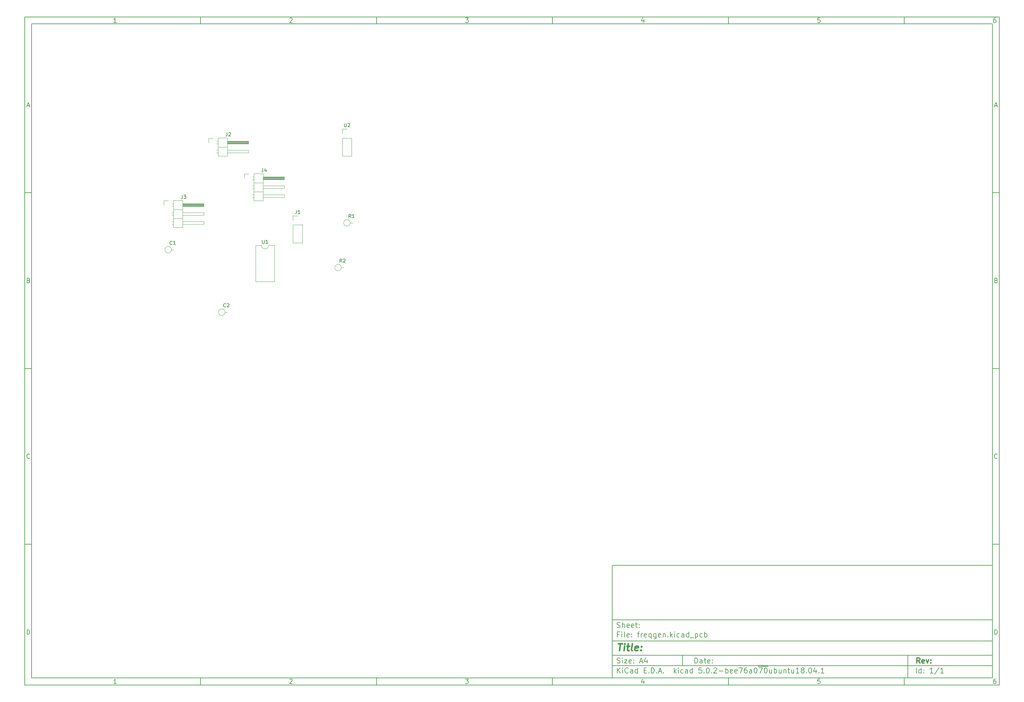
<source format=gbr>
G04 #@! TF.GenerationSoftware,KiCad,Pcbnew,5.0.2-bee76a0~70~ubuntu18.04.1*
G04 #@! TF.CreationDate,2019-03-06T00:53:48+05:30*
G04 #@! TF.ProjectId,freqgen,66726571-6765-46e2-9e6b-696361645f70,rev?*
G04 #@! TF.SameCoordinates,Original*
G04 #@! TF.FileFunction,Legend,Top*
G04 #@! TF.FilePolarity,Positive*
%FSLAX46Y46*%
G04 Gerber Fmt 4.6, Leading zero omitted, Abs format (unit mm)*
G04 Created by KiCad (PCBNEW 5.0.2-bee76a0~70~ubuntu18.04.1) date Wed Mar  6 00:53:48 2019*
%MOMM*%
%LPD*%
G01*
G04 APERTURE LIST*
%ADD10C,0.100000*%
%ADD11C,0.150000*%
%ADD12C,0.300000*%
%ADD13C,0.400000*%
%ADD14C,0.120000*%
G04 APERTURE END LIST*
D10*
D11*
X177002200Y-166007200D02*
X177002200Y-198007200D01*
X285002200Y-198007200D01*
X285002200Y-166007200D01*
X177002200Y-166007200D01*
D10*
D11*
X10000000Y-10000000D02*
X10000000Y-200007200D01*
X287002200Y-200007200D01*
X287002200Y-10000000D01*
X10000000Y-10000000D01*
D10*
D11*
X12000000Y-12000000D02*
X12000000Y-198007200D01*
X285002200Y-198007200D01*
X285002200Y-12000000D01*
X12000000Y-12000000D01*
D10*
D11*
X60000000Y-12000000D02*
X60000000Y-10000000D01*
D10*
D11*
X110000000Y-12000000D02*
X110000000Y-10000000D01*
D10*
D11*
X160000000Y-12000000D02*
X160000000Y-10000000D01*
D10*
D11*
X210000000Y-12000000D02*
X210000000Y-10000000D01*
D10*
D11*
X260000000Y-12000000D02*
X260000000Y-10000000D01*
D10*
D11*
X36065476Y-11588095D02*
X35322619Y-11588095D01*
X35694047Y-11588095D02*
X35694047Y-10288095D01*
X35570238Y-10473809D01*
X35446428Y-10597619D01*
X35322619Y-10659523D01*
D10*
D11*
X85322619Y-10411904D02*
X85384523Y-10350000D01*
X85508333Y-10288095D01*
X85817857Y-10288095D01*
X85941666Y-10350000D01*
X86003571Y-10411904D01*
X86065476Y-10535714D01*
X86065476Y-10659523D01*
X86003571Y-10845238D01*
X85260714Y-11588095D01*
X86065476Y-11588095D01*
D10*
D11*
X135260714Y-10288095D02*
X136065476Y-10288095D01*
X135632142Y-10783333D01*
X135817857Y-10783333D01*
X135941666Y-10845238D01*
X136003571Y-10907142D01*
X136065476Y-11030952D01*
X136065476Y-11340476D01*
X136003571Y-11464285D01*
X135941666Y-11526190D01*
X135817857Y-11588095D01*
X135446428Y-11588095D01*
X135322619Y-11526190D01*
X135260714Y-11464285D01*
D10*
D11*
X185941666Y-10721428D02*
X185941666Y-11588095D01*
X185632142Y-10226190D02*
X185322619Y-11154761D01*
X186127380Y-11154761D01*
D10*
D11*
X236003571Y-10288095D02*
X235384523Y-10288095D01*
X235322619Y-10907142D01*
X235384523Y-10845238D01*
X235508333Y-10783333D01*
X235817857Y-10783333D01*
X235941666Y-10845238D01*
X236003571Y-10907142D01*
X236065476Y-11030952D01*
X236065476Y-11340476D01*
X236003571Y-11464285D01*
X235941666Y-11526190D01*
X235817857Y-11588095D01*
X235508333Y-11588095D01*
X235384523Y-11526190D01*
X235322619Y-11464285D01*
D10*
D11*
X285941666Y-10288095D02*
X285694047Y-10288095D01*
X285570238Y-10350000D01*
X285508333Y-10411904D01*
X285384523Y-10597619D01*
X285322619Y-10845238D01*
X285322619Y-11340476D01*
X285384523Y-11464285D01*
X285446428Y-11526190D01*
X285570238Y-11588095D01*
X285817857Y-11588095D01*
X285941666Y-11526190D01*
X286003571Y-11464285D01*
X286065476Y-11340476D01*
X286065476Y-11030952D01*
X286003571Y-10907142D01*
X285941666Y-10845238D01*
X285817857Y-10783333D01*
X285570238Y-10783333D01*
X285446428Y-10845238D01*
X285384523Y-10907142D01*
X285322619Y-11030952D01*
D10*
D11*
X60000000Y-198007200D02*
X60000000Y-200007200D01*
D10*
D11*
X110000000Y-198007200D02*
X110000000Y-200007200D01*
D10*
D11*
X160000000Y-198007200D02*
X160000000Y-200007200D01*
D10*
D11*
X210000000Y-198007200D02*
X210000000Y-200007200D01*
D10*
D11*
X260000000Y-198007200D02*
X260000000Y-200007200D01*
D10*
D11*
X36065476Y-199595295D02*
X35322619Y-199595295D01*
X35694047Y-199595295D02*
X35694047Y-198295295D01*
X35570238Y-198481009D01*
X35446428Y-198604819D01*
X35322619Y-198666723D01*
D10*
D11*
X85322619Y-198419104D02*
X85384523Y-198357200D01*
X85508333Y-198295295D01*
X85817857Y-198295295D01*
X85941666Y-198357200D01*
X86003571Y-198419104D01*
X86065476Y-198542914D01*
X86065476Y-198666723D01*
X86003571Y-198852438D01*
X85260714Y-199595295D01*
X86065476Y-199595295D01*
D10*
D11*
X135260714Y-198295295D02*
X136065476Y-198295295D01*
X135632142Y-198790533D01*
X135817857Y-198790533D01*
X135941666Y-198852438D01*
X136003571Y-198914342D01*
X136065476Y-199038152D01*
X136065476Y-199347676D01*
X136003571Y-199471485D01*
X135941666Y-199533390D01*
X135817857Y-199595295D01*
X135446428Y-199595295D01*
X135322619Y-199533390D01*
X135260714Y-199471485D01*
D10*
D11*
X185941666Y-198728628D02*
X185941666Y-199595295D01*
X185632142Y-198233390D02*
X185322619Y-199161961D01*
X186127380Y-199161961D01*
D10*
D11*
X236003571Y-198295295D02*
X235384523Y-198295295D01*
X235322619Y-198914342D01*
X235384523Y-198852438D01*
X235508333Y-198790533D01*
X235817857Y-198790533D01*
X235941666Y-198852438D01*
X236003571Y-198914342D01*
X236065476Y-199038152D01*
X236065476Y-199347676D01*
X236003571Y-199471485D01*
X235941666Y-199533390D01*
X235817857Y-199595295D01*
X235508333Y-199595295D01*
X235384523Y-199533390D01*
X235322619Y-199471485D01*
D10*
D11*
X285941666Y-198295295D02*
X285694047Y-198295295D01*
X285570238Y-198357200D01*
X285508333Y-198419104D01*
X285384523Y-198604819D01*
X285322619Y-198852438D01*
X285322619Y-199347676D01*
X285384523Y-199471485D01*
X285446428Y-199533390D01*
X285570238Y-199595295D01*
X285817857Y-199595295D01*
X285941666Y-199533390D01*
X286003571Y-199471485D01*
X286065476Y-199347676D01*
X286065476Y-199038152D01*
X286003571Y-198914342D01*
X285941666Y-198852438D01*
X285817857Y-198790533D01*
X285570238Y-198790533D01*
X285446428Y-198852438D01*
X285384523Y-198914342D01*
X285322619Y-199038152D01*
D10*
D11*
X10000000Y-60000000D02*
X12000000Y-60000000D01*
D10*
D11*
X10000000Y-110000000D02*
X12000000Y-110000000D01*
D10*
D11*
X10000000Y-160000000D02*
X12000000Y-160000000D01*
D10*
D11*
X10690476Y-35216666D02*
X11309523Y-35216666D01*
X10566666Y-35588095D02*
X11000000Y-34288095D01*
X11433333Y-35588095D01*
D10*
D11*
X11092857Y-84907142D02*
X11278571Y-84969047D01*
X11340476Y-85030952D01*
X11402380Y-85154761D01*
X11402380Y-85340476D01*
X11340476Y-85464285D01*
X11278571Y-85526190D01*
X11154761Y-85588095D01*
X10659523Y-85588095D01*
X10659523Y-84288095D01*
X11092857Y-84288095D01*
X11216666Y-84350000D01*
X11278571Y-84411904D01*
X11340476Y-84535714D01*
X11340476Y-84659523D01*
X11278571Y-84783333D01*
X11216666Y-84845238D01*
X11092857Y-84907142D01*
X10659523Y-84907142D01*
D10*
D11*
X11402380Y-135464285D02*
X11340476Y-135526190D01*
X11154761Y-135588095D01*
X11030952Y-135588095D01*
X10845238Y-135526190D01*
X10721428Y-135402380D01*
X10659523Y-135278571D01*
X10597619Y-135030952D01*
X10597619Y-134845238D01*
X10659523Y-134597619D01*
X10721428Y-134473809D01*
X10845238Y-134350000D01*
X11030952Y-134288095D01*
X11154761Y-134288095D01*
X11340476Y-134350000D01*
X11402380Y-134411904D01*
D10*
D11*
X10659523Y-185588095D02*
X10659523Y-184288095D01*
X10969047Y-184288095D01*
X11154761Y-184350000D01*
X11278571Y-184473809D01*
X11340476Y-184597619D01*
X11402380Y-184845238D01*
X11402380Y-185030952D01*
X11340476Y-185278571D01*
X11278571Y-185402380D01*
X11154761Y-185526190D01*
X10969047Y-185588095D01*
X10659523Y-185588095D01*
D10*
D11*
X287002200Y-60000000D02*
X285002200Y-60000000D01*
D10*
D11*
X287002200Y-110000000D02*
X285002200Y-110000000D01*
D10*
D11*
X287002200Y-160000000D02*
X285002200Y-160000000D01*
D10*
D11*
X285692676Y-35216666D02*
X286311723Y-35216666D01*
X285568866Y-35588095D02*
X286002200Y-34288095D01*
X286435533Y-35588095D01*
D10*
D11*
X286095057Y-84907142D02*
X286280771Y-84969047D01*
X286342676Y-85030952D01*
X286404580Y-85154761D01*
X286404580Y-85340476D01*
X286342676Y-85464285D01*
X286280771Y-85526190D01*
X286156961Y-85588095D01*
X285661723Y-85588095D01*
X285661723Y-84288095D01*
X286095057Y-84288095D01*
X286218866Y-84350000D01*
X286280771Y-84411904D01*
X286342676Y-84535714D01*
X286342676Y-84659523D01*
X286280771Y-84783333D01*
X286218866Y-84845238D01*
X286095057Y-84907142D01*
X285661723Y-84907142D01*
D10*
D11*
X286404580Y-135464285D02*
X286342676Y-135526190D01*
X286156961Y-135588095D01*
X286033152Y-135588095D01*
X285847438Y-135526190D01*
X285723628Y-135402380D01*
X285661723Y-135278571D01*
X285599819Y-135030952D01*
X285599819Y-134845238D01*
X285661723Y-134597619D01*
X285723628Y-134473809D01*
X285847438Y-134350000D01*
X286033152Y-134288095D01*
X286156961Y-134288095D01*
X286342676Y-134350000D01*
X286404580Y-134411904D01*
D10*
D11*
X285661723Y-185588095D02*
X285661723Y-184288095D01*
X285971247Y-184288095D01*
X286156961Y-184350000D01*
X286280771Y-184473809D01*
X286342676Y-184597619D01*
X286404580Y-184845238D01*
X286404580Y-185030952D01*
X286342676Y-185278571D01*
X286280771Y-185402380D01*
X286156961Y-185526190D01*
X285971247Y-185588095D01*
X285661723Y-185588095D01*
D10*
D11*
X200434342Y-193785771D02*
X200434342Y-192285771D01*
X200791485Y-192285771D01*
X201005771Y-192357200D01*
X201148628Y-192500057D01*
X201220057Y-192642914D01*
X201291485Y-192928628D01*
X201291485Y-193142914D01*
X201220057Y-193428628D01*
X201148628Y-193571485D01*
X201005771Y-193714342D01*
X200791485Y-193785771D01*
X200434342Y-193785771D01*
X202577200Y-193785771D02*
X202577200Y-193000057D01*
X202505771Y-192857200D01*
X202362914Y-192785771D01*
X202077200Y-192785771D01*
X201934342Y-192857200D01*
X202577200Y-193714342D02*
X202434342Y-193785771D01*
X202077200Y-193785771D01*
X201934342Y-193714342D01*
X201862914Y-193571485D01*
X201862914Y-193428628D01*
X201934342Y-193285771D01*
X202077200Y-193214342D01*
X202434342Y-193214342D01*
X202577200Y-193142914D01*
X203077200Y-192785771D02*
X203648628Y-192785771D01*
X203291485Y-192285771D02*
X203291485Y-193571485D01*
X203362914Y-193714342D01*
X203505771Y-193785771D01*
X203648628Y-193785771D01*
X204720057Y-193714342D02*
X204577200Y-193785771D01*
X204291485Y-193785771D01*
X204148628Y-193714342D01*
X204077200Y-193571485D01*
X204077200Y-193000057D01*
X204148628Y-192857200D01*
X204291485Y-192785771D01*
X204577200Y-192785771D01*
X204720057Y-192857200D01*
X204791485Y-193000057D01*
X204791485Y-193142914D01*
X204077200Y-193285771D01*
X205434342Y-193642914D02*
X205505771Y-193714342D01*
X205434342Y-193785771D01*
X205362914Y-193714342D01*
X205434342Y-193642914D01*
X205434342Y-193785771D01*
X205434342Y-192857200D02*
X205505771Y-192928628D01*
X205434342Y-193000057D01*
X205362914Y-192928628D01*
X205434342Y-192857200D01*
X205434342Y-193000057D01*
D10*
D11*
X177002200Y-194507200D02*
X285002200Y-194507200D01*
D10*
D11*
X178434342Y-196585771D02*
X178434342Y-195085771D01*
X179291485Y-196585771D02*
X178648628Y-195728628D01*
X179291485Y-195085771D02*
X178434342Y-195942914D01*
X179934342Y-196585771D02*
X179934342Y-195585771D01*
X179934342Y-195085771D02*
X179862914Y-195157200D01*
X179934342Y-195228628D01*
X180005771Y-195157200D01*
X179934342Y-195085771D01*
X179934342Y-195228628D01*
X181505771Y-196442914D02*
X181434342Y-196514342D01*
X181220057Y-196585771D01*
X181077200Y-196585771D01*
X180862914Y-196514342D01*
X180720057Y-196371485D01*
X180648628Y-196228628D01*
X180577200Y-195942914D01*
X180577200Y-195728628D01*
X180648628Y-195442914D01*
X180720057Y-195300057D01*
X180862914Y-195157200D01*
X181077200Y-195085771D01*
X181220057Y-195085771D01*
X181434342Y-195157200D01*
X181505771Y-195228628D01*
X182791485Y-196585771D02*
X182791485Y-195800057D01*
X182720057Y-195657200D01*
X182577200Y-195585771D01*
X182291485Y-195585771D01*
X182148628Y-195657200D01*
X182791485Y-196514342D02*
X182648628Y-196585771D01*
X182291485Y-196585771D01*
X182148628Y-196514342D01*
X182077200Y-196371485D01*
X182077200Y-196228628D01*
X182148628Y-196085771D01*
X182291485Y-196014342D01*
X182648628Y-196014342D01*
X182791485Y-195942914D01*
X184148628Y-196585771D02*
X184148628Y-195085771D01*
X184148628Y-196514342D02*
X184005771Y-196585771D01*
X183720057Y-196585771D01*
X183577200Y-196514342D01*
X183505771Y-196442914D01*
X183434342Y-196300057D01*
X183434342Y-195871485D01*
X183505771Y-195728628D01*
X183577200Y-195657200D01*
X183720057Y-195585771D01*
X184005771Y-195585771D01*
X184148628Y-195657200D01*
X186005771Y-195800057D02*
X186505771Y-195800057D01*
X186720057Y-196585771D02*
X186005771Y-196585771D01*
X186005771Y-195085771D01*
X186720057Y-195085771D01*
X187362914Y-196442914D02*
X187434342Y-196514342D01*
X187362914Y-196585771D01*
X187291485Y-196514342D01*
X187362914Y-196442914D01*
X187362914Y-196585771D01*
X188077200Y-196585771D02*
X188077200Y-195085771D01*
X188434342Y-195085771D01*
X188648628Y-195157200D01*
X188791485Y-195300057D01*
X188862914Y-195442914D01*
X188934342Y-195728628D01*
X188934342Y-195942914D01*
X188862914Y-196228628D01*
X188791485Y-196371485D01*
X188648628Y-196514342D01*
X188434342Y-196585771D01*
X188077200Y-196585771D01*
X189577200Y-196442914D02*
X189648628Y-196514342D01*
X189577200Y-196585771D01*
X189505771Y-196514342D01*
X189577200Y-196442914D01*
X189577200Y-196585771D01*
X190220057Y-196157200D02*
X190934342Y-196157200D01*
X190077200Y-196585771D02*
X190577200Y-195085771D01*
X191077200Y-196585771D01*
X191577200Y-196442914D02*
X191648628Y-196514342D01*
X191577200Y-196585771D01*
X191505771Y-196514342D01*
X191577200Y-196442914D01*
X191577200Y-196585771D01*
X194577200Y-196585771D02*
X194577200Y-195085771D01*
X194720057Y-196014342D02*
X195148628Y-196585771D01*
X195148628Y-195585771D02*
X194577200Y-196157200D01*
X195791485Y-196585771D02*
X195791485Y-195585771D01*
X195791485Y-195085771D02*
X195720057Y-195157200D01*
X195791485Y-195228628D01*
X195862914Y-195157200D01*
X195791485Y-195085771D01*
X195791485Y-195228628D01*
X197148628Y-196514342D02*
X197005771Y-196585771D01*
X196720057Y-196585771D01*
X196577200Y-196514342D01*
X196505771Y-196442914D01*
X196434342Y-196300057D01*
X196434342Y-195871485D01*
X196505771Y-195728628D01*
X196577200Y-195657200D01*
X196720057Y-195585771D01*
X197005771Y-195585771D01*
X197148628Y-195657200D01*
X198434342Y-196585771D02*
X198434342Y-195800057D01*
X198362914Y-195657200D01*
X198220057Y-195585771D01*
X197934342Y-195585771D01*
X197791485Y-195657200D01*
X198434342Y-196514342D02*
X198291485Y-196585771D01*
X197934342Y-196585771D01*
X197791485Y-196514342D01*
X197720057Y-196371485D01*
X197720057Y-196228628D01*
X197791485Y-196085771D01*
X197934342Y-196014342D01*
X198291485Y-196014342D01*
X198434342Y-195942914D01*
X199791485Y-196585771D02*
X199791485Y-195085771D01*
X199791485Y-196514342D02*
X199648628Y-196585771D01*
X199362914Y-196585771D01*
X199220057Y-196514342D01*
X199148628Y-196442914D01*
X199077200Y-196300057D01*
X199077200Y-195871485D01*
X199148628Y-195728628D01*
X199220057Y-195657200D01*
X199362914Y-195585771D01*
X199648628Y-195585771D01*
X199791485Y-195657200D01*
X202362914Y-195085771D02*
X201648628Y-195085771D01*
X201577200Y-195800057D01*
X201648628Y-195728628D01*
X201791485Y-195657200D01*
X202148628Y-195657200D01*
X202291485Y-195728628D01*
X202362914Y-195800057D01*
X202434342Y-195942914D01*
X202434342Y-196300057D01*
X202362914Y-196442914D01*
X202291485Y-196514342D01*
X202148628Y-196585771D01*
X201791485Y-196585771D01*
X201648628Y-196514342D01*
X201577200Y-196442914D01*
X203077200Y-196442914D02*
X203148628Y-196514342D01*
X203077200Y-196585771D01*
X203005771Y-196514342D01*
X203077200Y-196442914D01*
X203077200Y-196585771D01*
X204077200Y-195085771D02*
X204220057Y-195085771D01*
X204362914Y-195157200D01*
X204434342Y-195228628D01*
X204505771Y-195371485D01*
X204577200Y-195657200D01*
X204577200Y-196014342D01*
X204505771Y-196300057D01*
X204434342Y-196442914D01*
X204362914Y-196514342D01*
X204220057Y-196585771D01*
X204077200Y-196585771D01*
X203934342Y-196514342D01*
X203862914Y-196442914D01*
X203791485Y-196300057D01*
X203720057Y-196014342D01*
X203720057Y-195657200D01*
X203791485Y-195371485D01*
X203862914Y-195228628D01*
X203934342Y-195157200D01*
X204077200Y-195085771D01*
X205220057Y-196442914D02*
X205291485Y-196514342D01*
X205220057Y-196585771D01*
X205148628Y-196514342D01*
X205220057Y-196442914D01*
X205220057Y-196585771D01*
X205862914Y-195228628D02*
X205934342Y-195157200D01*
X206077200Y-195085771D01*
X206434342Y-195085771D01*
X206577200Y-195157200D01*
X206648628Y-195228628D01*
X206720057Y-195371485D01*
X206720057Y-195514342D01*
X206648628Y-195728628D01*
X205791485Y-196585771D01*
X206720057Y-196585771D01*
X207362914Y-196014342D02*
X208505771Y-196014342D01*
X209220057Y-196585771D02*
X209220057Y-195085771D01*
X209220057Y-195657200D02*
X209362914Y-195585771D01*
X209648628Y-195585771D01*
X209791485Y-195657200D01*
X209862914Y-195728628D01*
X209934342Y-195871485D01*
X209934342Y-196300057D01*
X209862914Y-196442914D01*
X209791485Y-196514342D01*
X209648628Y-196585771D01*
X209362914Y-196585771D01*
X209220057Y-196514342D01*
X211148628Y-196514342D02*
X211005771Y-196585771D01*
X210720057Y-196585771D01*
X210577200Y-196514342D01*
X210505771Y-196371485D01*
X210505771Y-195800057D01*
X210577200Y-195657200D01*
X210720057Y-195585771D01*
X211005771Y-195585771D01*
X211148628Y-195657200D01*
X211220057Y-195800057D01*
X211220057Y-195942914D01*
X210505771Y-196085771D01*
X212434342Y-196514342D02*
X212291485Y-196585771D01*
X212005771Y-196585771D01*
X211862914Y-196514342D01*
X211791485Y-196371485D01*
X211791485Y-195800057D01*
X211862914Y-195657200D01*
X212005771Y-195585771D01*
X212291485Y-195585771D01*
X212434342Y-195657200D01*
X212505771Y-195800057D01*
X212505771Y-195942914D01*
X211791485Y-196085771D01*
X213005771Y-195085771D02*
X214005771Y-195085771D01*
X213362914Y-196585771D01*
X215220057Y-195085771D02*
X214934342Y-195085771D01*
X214791485Y-195157200D01*
X214720057Y-195228628D01*
X214577200Y-195442914D01*
X214505771Y-195728628D01*
X214505771Y-196300057D01*
X214577200Y-196442914D01*
X214648628Y-196514342D01*
X214791485Y-196585771D01*
X215077200Y-196585771D01*
X215220057Y-196514342D01*
X215291485Y-196442914D01*
X215362914Y-196300057D01*
X215362914Y-195942914D01*
X215291485Y-195800057D01*
X215220057Y-195728628D01*
X215077200Y-195657200D01*
X214791485Y-195657200D01*
X214648628Y-195728628D01*
X214577200Y-195800057D01*
X214505771Y-195942914D01*
X216648628Y-196585771D02*
X216648628Y-195800057D01*
X216577200Y-195657200D01*
X216434342Y-195585771D01*
X216148628Y-195585771D01*
X216005771Y-195657200D01*
X216648628Y-196514342D02*
X216505771Y-196585771D01*
X216148628Y-196585771D01*
X216005771Y-196514342D01*
X215934342Y-196371485D01*
X215934342Y-196228628D01*
X216005771Y-196085771D01*
X216148628Y-196014342D01*
X216505771Y-196014342D01*
X216648628Y-195942914D01*
X217648628Y-195085771D02*
X217791485Y-195085771D01*
X217934342Y-195157200D01*
X218005771Y-195228628D01*
X218077200Y-195371485D01*
X218148628Y-195657200D01*
X218148628Y-196014342D01*
X218077200Y-196300057D01*
X218005771Y-196442914D01*
X217934342Y-196514342D01*
X217791485Y-196585771D01*
X217648628Y-196585771D01*
X217505771Y-196514342D01*
X217434342Y-196442914D01*
X217362914Y-196300057D01*
X217291485Y-196014342D01*
X217291485Y-195657200D01*
X217362914Y-195371485D01*
X217434342Y-195228628D01*
X217505771Y-195157200D01*
X217648628Y-195085771D01*
X218434342Y-194677200D02*
X219862914Y-194677200D01*
X218648628Y-195085771D02*
X219648628Y-195085771D01*
X219005771Y-196585771D01*
X219862914Y-194677200D02*
X221291485Y-194677200D01*
X220505771Y-195085771D02*
X220648628Y-195085771D01*
X220791485Y-195157200D01*
X220862914Y-195228628D01*
X220934342Y-195371485D01*
X221005771Y-195657200D01*
X221005771Y-196014342D01*
X220934342Y-196300057D01*
X220862914Y-196442914D01*
X220791485Y-196514342D01*
X220648628Y-196585771D01*
X220505771Y-196585771D01*
X220362914Y-196514342D01*
X220291485Y-196442914D01*
X220220057Y-196300057D01*
X220148628Y-196014342D01*
X220148628Y-195657200D01*
X220220057Y-195371485D01*
X220291485Y-195228628D01*
X220362914Y-195157200D01*
X220505771Y-195085771D01*
X222291485Y-195585771D02*
X222291485Y-196585771D01*
X221648628Y-195585771D02*
X221648628Y-196371485D01*
X221720057Y-196514342D01*
X221862914Y-196585771D01*
X222077200Y-196585771D01*
X222220057Y-196514342D01*
X222291485Y-196442914D01*
X223005771Y-196585771D02*
X223005771Y-195085771D01*
X223005771Y-195657200D02*
X223148628Y-195585771D01*
X223434342Y-195585771D01*
X223577200Y-195657200D01*
X223648628Y-195728628D01*
X223720057Y-195871485D01*
X223720057Y-196300057D01*
X223648628Y-196442914D01*
X223577200Y-196514342D01*
X223434342Y-196585771D01*
X223148628Y-196585771D01*
X223005771Y-196514342D01*
X225005771Y-195585771D02*
X225005771Y-196585771D01*
X224362914Y-195585771D02*
X224362914Y-196371485D01*
X224434342Y-196514342D01*
X224577200Y-196585771D01*
X224791485Y-196585771D01*
X224934342Y-196514342D01*
X225005771Y-196442914D01*
X225720057Y-195585771D02*
X225720057Y-196585771D01*
X225720057Y-195728628D02*
X225791485Y-195657200D01*
X225934342Y-195585771D01*
X226148628Y-195585771D01*
X226291485Y-195657200D01*
X226362914Y-195800057D01*
X226362914Y-196585771D01*
X226862914Y-195585771D02*
X227434342Y-195585771D01*
X227077200Y-195085771D02*
X227077200Y-196371485D01*
X227148628Y-196514342D01*
X227291485Y-196585771D01*
X227434342Y-196585771D01*
X228577200Y-195585771D02*
X228577200Y-196585771D01*
X227934342Y-195585771D02*
X227934342Y-196371485D01*
X228005771Y-196514342D01*
X228148628Y-196585771D01*
X228362914Y-196585771D01*
X228505771Y-196514342D01*
X228577200Y-196442914D01*
X230077200Y-196585771D02*
X229220057Y-196585771D01*
X229648628Y-196585771D02*
X229648628Y-195085771D01*
X229505771Y-195300057D01*
X229362914Y-195442914D01*
X229220057Y-195514342D01*
X230934342Y-195728628D02*
X230791485Y-195657200D01*
X230720057Y-195585771D01*
X230648628Y-195442914D01*
X230648628Y-195371485D01*
X230720057Y-195228628D01*
X230791485Y-195157200D01*
X230934342Y-195085771D01*
X231220057Y-195085771D01*
X231362914Y-195157200D01*
X231434342Y-195228628D01*
X231505771Y-195371485D01*
X231505771Y-195442914D01*
X231434342Y-195585771D01*
X231362914Y-195657200D01*
X231220057Y-195728628D01*
X230934342Y-195728628D01*
X230791485Y-195800057D01*
X230720057Y-195871485D01*
X230648628Y-196014342D01*
X230648628Y-196300057D01*
X230720057Y-196442914D01*
X230791485Y-196514342D01*
X230934342Y-196585771D01*
X231220057Y-196585771D01*
X231362914Y-196514342D01*
X231434342Y-196442914D01*
X231505771Y-196300057D01*
X231505771Y-196014342D01*
X231434342Y-195871485D01*
X231362914Y-195800057D01*
X231220057Y-195728628D01*
X232148628Y-196442914D02*
X232220057Y-196514342D01*
X232148628Y-196585771D01*
X232077200Y-196514342D01*
X232148628Y-196442914D01*
X232148628Y-196585771D01*
X233148628Y-195085771D02*
X233291485Y-195085771D01*
X233434342Y-195157200D01*
X233505771Y-195228628D01*
X233577200Y-195371485D01*
X233648628Y-195657200D01*
X233648628Y-196014342D01*
X233577200Y-196300057D01*
X233505771Y-196442914D01*
X233434342Y-196514342D01*
X233291485Y-196585771D01*
X233148628Y-196585771D01*
X233005771Y-196514342D01*
X232934342Y-196442914D01*
X232862914Y-196300057D01*
X232791485Y-196014342D01*
X232791485Y-195657200D01*
X232862914Y-195371485D01*
X232934342Y-195228628D01*
X233005771Y-195157200D01*
X233148628Y-195085771D01*
X234934342Y-195585771D02*
X234934342Y-196585771D01*
X234577200Y-195014342D02*
X234220057Y-196085771D01*
X235148628Y-196085771D01*
X235720057Y-196442914D02*
X235791485Y-196514342D01*
X235720057Y-196585771D01*
X235648628Y-196514342D01*
X235720057Y-196442914D01*
X235720057Y-196585771D01*
X237220057Y-196585771D02*
X236362914Y-196585771D01*
X236791485Y-196585771D02*
X236791485Y-195085771D01*
X236648628Y-195300057D01*
X236505771Y-195442914D01*
X236362914Y-195514342D01*
D10*
D11*
X177002200Y-191507200D02*
X285002200Y-191507200D01*
D10*
D12*
X264411485Y-193785771D02*
X263911485Y-193071485D01*
X263554342Y-193785771D02*
X263554342Y-192285771D01*
X264125771Y-192285771D01*
X264268628Y-192357200D01*
X264340057Y-192428628D01*
X264411485Y-192571485D01*
X264411485Y-192785771D01*
X264340057Y-192928628D01*
X264268628Y-193000057D01*
X264125771Y-193071485D01*
X263554342Y-193071485D01*
X265625771Y-193714342D02*
X265482914Y-193785771D01*
X265197200Y-193785771D01*
X265054342Y-193714342D01*
X264982914Y-193571485D01*
X264982914Y-193000057D01*
X265054342Y-192857200D01*
X265197200Y-192785771D01*
X265482914Y-192785771D01*
X265625771Y-192857200D01*
X265697200Y-193000057D01*
X265697200Y-193142914D01*
X264982914Y-193285771D01*
X266197200Y-192785771D02*
X266554342Y-193785771D01*
X266911485Y-192785771D01*
X267482914Y-193642914D02*
X267554342Y-193714342D01*
X267482914Y-193785771D01*
X267411485Y-193714342D01*
X267482914Y-193642914D01*
X267482914Y-193785771D01*
X267482914Y-192857200D02*
X267554342Y-192928628D01*
X267482914Y-193000057D01*
X267411485Y-192928628D01*
X267482914Y-192857200D01*
X267482914Y-193000057D01*
D10*
D11*
X178362914Y-193714342D02*
X178577200Y-193785771D01*
X178934342Y-193785771D01*
X179077200Y-193714342D01*
X179148628Y-193642914D01*
X179220057Y-193500057D01*
X179220057Y-193357200D01*
X179148628Y-193214342D01*
X179077200Y-193142914D01*
X178934342Y-193071485D01*
X178648628Y-193000057D01*
X178505771Y-192928628D01*
X178434342Y-192857200D01*
X178362914Y-192714342D01*
X178362914Y-192571485D01*
X178434342Y-192428628D01*
X178505771Y-192357200D01*
X178648628Y-192285771D01*
X179005771Y-192285771D01*
X179220057Y-192357200D01*
X179862914Y-193785771D02*
X179862914Y-192785771D01*
X179862914Y-192285771D02*
X179791485Y-192357200D01*
X179862914Y-192428628D01*
X179934342Y-192357200D01*
X179862914Y-192285771D01*
X179862914Y-192428628D01*
X180434342Y-192785771D02*
X181220057Y-192785771D01*
X180434342Y-193785771D01*
X181220057Y-193785771D01*
X182362914Y-193714342D02*
X182220057Y-193785771D01*
X181934342Y-193785771D01*
X181791485Y-193714342D01*
X181720057Y-193571485D01*
X181720057Y-193000057D01*
X181791485Y-192857200D01*
X181934342Y-192785771D01*
X182220057Y-192785771D01*
X182362914Y-192857200D01*
X182434342Y-193000057D01*
X182434342Y-193142914D01*
X181720057Y-193285771D01*
X183077200Y-193642914D02*
X183148628Y-193714342D01*
X183077200Y-193785771D01*
X183005771Y-193714342D01*
X183077200Y-193642914D01*
X183077200Y-193785771D01*
X183077200Y-192857200D02*
X183148628Y-192928628D01*
X183077200Y-193000057D01*
X183005771Y-192928628D01*
X183077200Y-192857200D01*
X183077200Y-193000057D01*
X184862914Y-193357200D02*
X185577200Y-193357200D01*
X184720057Y-193785771D02*
X185220057Y-192285771D01*
X185720057Y-193785771D01*
X186862914Y-192785771D02*
X186862914Y-193785771D01*
X186505771Y-192214342D02*
X186148628Y-193285771D01*
X187077200Y-193285771D01*
D10*
D11*
X263434342Y-196585771D02*
X263434342Y-195085771D01*
X264791485Y-196585771D02*
X264791485Y-195085771D01*
X264791485Y-196514342D02*
X264648628Y-196585771D01*
X264362914Y-196585771D01*
X264220057Y-196514342D01*
X264148628Y-196442914D01*
X264077200Y-196300057D01*
X264077200Y-195871485D01*
X264148628Y-195728628D01*
X264220057Y-195657200D01*
X264362914Y-195585771D01*
X264648628Y-195585771D01*
X264791485Y-195657200D01*
X265505771Y-196442914D02*
X265577200Y-196514342D01*
X265505771Y-196585771D01*
X265434342Y-196514342D01*
X265505771Y-196442914D01*
X265505771Y-196585771D01*
X265505771Y-195657200D02*
X265577200Y-195728628D01*
X265505771Y-195800057D01*
X265434342Y-195728628D01*
X265505771Y-195657200D01*
X265505771Y-195800057D01*
X268148628Y-196585771D02*
X267291485Y-196585771D01*
X267720057Y-196585771D02*
X267720057Y-195085771D01*
X267577200Y-195300057D01*
X267434342Y-195442914D01*
X267291485Y-195514342D01*
X269862914Y-195014342D02*
X268577200Y-196942914D01*
X271148628Y-196585771D02*
X270291485Y-196585771D01*
X270720057Y-196585771D02*
X270720057Y-195085771D01*
X270577200Y-195300057D01*
X270434342Y-195442914D01*
X270291485Y-195514342D01*
D10*
D11*
X177002200Y-187507200D02*
X285002200Y-187507200D01*
D10*
D13*
X178714580Y-188211961D02*
X179857438Y-188211961D01*
X179036009Y-190211961D02*
X179286009Y-188211961D01*
X180274104Y-190211961D02*
X180440771Y-188878628D01*
X180524104Y-188211961D02*
X180416961Y-188307200D01*
X180500295Y-188402438D01*
X180607438Y-188307200D01*
X180524104Y-188211961D01*
X180500295Y-188402438D01*
X181107438Y-188878628D02*
X181869342Y-188878628D01*
X181476485Y-188211961D02*
X181262200Y-189926247D01*
X181333628Y-190116723D01*
X181512200Y-190211961D01*
X181702676Y-190211961D01*
X182655057Y-190211961D02*
X182476485Y-190116723D01*
X182405057Y-189926247D01*
X182619342Y-188211961D01*
X184190771Y-190116723D02*
X183988390Y-190211961D01*
X183607438Y-190211961D01*
X183428866Y-190116723D01*
X183357438Y-189926247D01*
X183452676Y-189164342D01*
X183571723Y-188973866D01*
X183774104Y-188878628D01*
X184155057Y-188878628D01*
X184333628Y-188973866D01*
X184405057Y-189164342D01*
X184381247Y-189354819D01*
X183405057Y-189545295D01*
X185155057Y-190021485D02*
X185238390Y-190116723D01*
X185131247Y-190211961D01*
X185047914Y-190116723D01*
X185155057Y-190021485D01*
X185131247Y-190211961D01*
X185286009Y-188973866D02*
X185369342Y-189069104D01*
X185262200Y-189164342D01*
X185178866Y-189069104D01*
X185286009Y-188973866D01*
X185262200Y-189164342D01*
D10*
D11*
X178934342Y-185600057D02*
X178434342Y-185600057D01*
X178434342Y-186385771D02*
X178434342Y-184885771D01*
X179148628Y-184885771D01*
X179720057Y-186385771D02*
X179720057Y-185385771D01*
X179720057Y-184885771D02*
X179648628Y-184957200D01*
X179720057Y-185028628D01*
X179791485Y-184957200D01*
X179720057Y-184885771D01*
X179720057Y-185028628D01*
X180648628Y-186385771D02*
X180505771Y-186314342D01*
X180434342Y-186171485D01*
X180434342Y-184885771D01*
X181791485Y-186314342D02*
X181648628Y-186385771D01*
X181362914Y-186385771D01*
X181220057Y-186314342D01*
X181148628Y-186171485D01*
X181148628Y-185600057D01*
X181220057Y-185457200D01*
X181362914Y-185385771D01*
X181648628Y-185385771D01*
X181791485Y-185457200D01*
X181862914Y-185600057D01*
X181862914Y-185742914D01*
X181148628Y-185885771D01*
X182505771Y-186242914D02*
X182577200Y-186314342D01*
X182505771Y-186385771D01*
X182434342Y-186314342D01*
X182505771Y-186242914D01*
X182505771Y-186385771D01*
X182505771Y-185457200D02*
X182577200Y-185528628D01*
X182505771Y-185600057D01*
X182434342Y-185528628D01*
X182505771Y-185457200D01*
X182505771Y-185600057D01*
X184148628Y-185385771D02*
X184720057Y-185385771D01*
X184362914Y-186385771D02*
X184362914Y-185100057D01*
X184434342Y-184957200D01*
X184577200Y-184885771D01*
X184720057Y-184885771D01*
X185220057Y-186385771D02*
X185220057Y-185385771D01*
X185220057Y-185671485D02*
X185291485Y-185528628D01*
X185362914Y-185457200D01*
X185505771Y-185385771D01*
X185648628Y-185385771D01*
X186720057Y-186314342D02*
X186577200Y-186385771D01*
X186291485Y-186385771D01*
X186148628Y-186314342D01*
X186077200Y-186171485D01*
X186077200Y-185600057D01*
X186148628Y-185457200D01*
X186291485Y-185385771D01*
X186577200Y-185385771D01*
X186720057Y-185457200D01*
X186791485Y-185600057D01*
X186791485Y-185742914D01*
X186077200Y-185885771D01*
X188077200Y-185385771D02*
X188077200Y-186885771D01*
X188077200Y-186314342D02*
X187934342Y-186385771D01*
X187648628Y-186385771D01*
X187505771Y-186314342D01*
X187434342Y-186242914D01*
X187362914Y-186100057D01*
X187362914Y-185671485D01*
X187434342Y-185528628D01*
X187505771Y-185457200D01*
X187648628Y-185385771D01*
X187934342Y-185385771D01*
X188077200Y-185457200D01*
X189434342Y-185385771D02*
X189434342Y-186600057D01*
X189362914Y-186742914D01*
X189291485Y-186814342D01*
X189148628Y-186885771D01*
X188934342Y-186885771D01*
X188791485Y-186814342D01*
X189434342Y-186314342D02*
X189291485Y-186385771D01*
X189005771Y-186385771D01*
X188862914Y-186314342D01*
X188791485Y-186242914D01*
X188720057Y-186100057D01*
X188720057Y-185671485D01*
X188791485Y-185528628D01*
X188862914Y-185457200D01*
X189005771Y-185385771D01*
X189291485Y-185385771D01*
X189434342Y-185457200D01*
X190720057Y-186314342D02*
X190577200Y-186385771D01*
X190291485Y-186385771D01*
X190148628Y-186314342D01*
X190077200Y-186171485D01*
X190077200Y-185600057D01*
X190148628Y-185457200D01*
X190291485Y-185385771D01*
X190577200Y-185385771D01*
X190720057Y-185457200D01*
X190791485Y-185600057D01*
X190791485Y-185742914D01*
X190077200Y-185885771D01*
X191434342Y-185385771D02*
X191434342Y-186385771D01*
X191434342Y-185528628D02*
X191505771Y-185457200D01*
X191648628Y-185385771D01*
X191862914Y-185385771D01*
X192005771Y-185457200D01*
X192077200Y-185600057D01*
X192077200Y-186385771D01*
X192791485Y-186242914D02*
X192862914Y-186314342D01*
X192791485Y-186385771D01*
X192720057Y-186314342D01*
X192791485Y-186242914D01*
X192791485Y-186385771D01*
X193505771Y-186385771D02*
X193505771Y-184885771D01*
X193648628Y-185814342D02*
X194077200Y-186385771D01*
X194077200Y-185385771D02*
X193505771Y-185957200D01*
X194720057Y-186385771D02*
X194720057Y-185385771D01*
X194720057Y-184885771D02*
X194648628Y-184957200D01*
X194720057Y-185028628D01*
X194791485Y-184957200D01*
X194720057Y-184885771D01*
X194720057Y-185028628D01*
X196077200Y-186314342D02*
X195934342Y-186385771D01*
X195648628Y-186385771D01*
X195505771Y-186314342D01*
X195434342Y-186242914D01*
X195362914Y-186100057D01*
X195362914Y-185671485D01*
X195434342Y-185528628D01*
X195505771Y-185457200D01*
X195648628Y-185385771D01*
X195934342Y-185385771D01*
X196077200Y-185457200D01*
X197362914Y-186385771D02*
X197362914Y-185600057D01*
X197291485Y-185457200D01*
X197148628Y-185385771D01*
X196862914Y-185385771D01*
X196720057Y-185457200D01*
X197362914Y-186314342D02*
X197220057Y-186385771D01*
X196862914Y-186385771D01*
X196720057Y-186314342D01*
X196648628Y-186171485D01*
X196648628Y-186028628D01*
X196720057Y-185885771D01*
X196862914Y-185814342D01*
X197220057Y-185814342D01*
X197362914Y-185742914D01*
X198720057Y-186385771D02*
X198720057Y-184885771D01*
X198720057Y-186314342D02*
X198577200Y-186385771D01*
X198291485Y-186385771D01*
X198148628Y-186314342D01*
X198077200Y-186242914D01*
X198005771Y-186100057D01*
X198005771Y-185671485D01*
X198077200Y-185528628D01*
X198148628Y-185457200D01*
X198291485Y-185385771D01*
X198577200Y-185385771D01*
X198720057Y-185457200D01*
X199077200Y-186528628D02*
X200220057Y-186528628D01*
X200577200Y-185385771D02*
X200577200Y-186885771D01*
X200577200Y-185457200D02*
X200720057Y-185385771D01*
X201005771Y-185385771D01*
X201148628Y-185457200D01*
X201220057Y-185528628D01*
X201291485Y-185671485D01*
X201291485Y-186100057D01*
X201220057Y-186242914D01*
X201148628Y-186314342D01*
X201005771Y-186385771D01*
X200720057Y-186385771D01*
X200577200Y-186314342D01*
X202577200Y-186314342D02*
X202434342Y-186385771D01*
X202148628Y-186385771D01*
X202005771Y-186314342D01*
X201934342Y-186242914D01*
X201862914Y-186100057D01*
X201862914Y-185671485D01*
X201934342Y-185528628D01*
X202005771Y-185457200D01*
X202148628Y-185385771D01*
X202434342Y-185385771D01*
X202577200Y-185457200D01*
X203220057Y-186385771D02*
X203220057Y-184885771D01*
X203220057Y-185457200D02*
X203362914Y-185385771D01*
X203648628Y-185385771D01*
X203791485Y-185457200D01*
X203862914Y-185528628D01*
X203934342Y-185671485D01*
X203934342Y-186100057D01*
X203862914Y-186242914D01*
X203791485Y-186314342D01*
X203648628Y-186385771D01*
X203362914Y-186385771D01*
X203220057Y-186314342D01*
D10*
D11*
X177002200Y-181507200D02*
X285002200Y-181507200D01*
D10*
D11*
X178362914Y-183614342D02*
X178577200Y-183685771D01*
X178934342Y-183685771D01*
X179077200Y-183614342D01*
X179148628Y-183542914D01*
X179220057Y-183400057D01*
X179220057Y-183257200D01*
X179148628Y-183114342D01*
X179077200Y-183042914D01*
X178934342Y-182971485D01*
X178648628Y-182900057D01*
X178505771Y-182828628D01*
X178434342Y-182757200D01*
X178362914Y-182614342D01*
X178362914Y-182471485D01*
X178434342Y-182328628D01*
X178505771Y-182257200D01*
X178648628Y-182185771D01*
X179005771Y-182185771D01*
X179220057Y-182257200D01*
X179862914Y-183685771D02*
X179862914Y-182185771D01*
X180505771Y-183685771D02*
X180505771Y-182900057D01*
X180434342Y-182757200D01*
X180291485Y-182685771D01*
X180077200Y-182685771D01*
X179934342Y-182757200D01*
X179862914Y-182828628D01*
X181791485Y-183614342D02*
X181648628Y-183685771D01*
X181362914Y-183685771D01*
X181220057Y-183614342D01*
X181148628Y-183471485D01*
X181148628Y-182900057D01*
X181220057Y-182757200D01*
X181362914Y-182685771D01*
X181648628Y-182685771D01*
X181791485Y-182757200D01*
X181862914Y-182900057D01*
X181862914Y-183042914D01*
X181148628Y-183185771D01*
X183077200Y-183614342D02*
X182934342Y-183685771D01*
X182648628Y-183685771D01*
X182505771Y-183614342D01*
X182434342Y-183471485D01*
X182434342Y-182900057D01*
X182505771Y-182757200D01*
X182648628Y-182685771D01*
X182934342Y-182685771D01*
X183077200Y-182757200D01*
X183148628Y-182900057D01*
X183148628Y-183042914D01*
X182434342Y-183185771D01*
X183577200Y-182685771D02*
X184148628Y-182685771D01*
X183791485Y-182185771D02*
X183791485Y-183471485D01*
X183862914Y-183614342D01*
X184005771Y-183685771D01*
X184148628Y-183685771D01*
X184648628Y-183542914D02*
X184720057Y-183614342D01*
X184648628Y-183685771D01*
X184577200Y-183614342D01*
X184648628Y-183542914D01*
X184648628Y-183685771D01*
X184648628Y-182757200D02*
X184720057Y-182828628D01*
X184648628Y-182900057D01*
X184577200Y-182828628D01*
X184648628Y-182757200D01*
X184648628Y-182900057D01*
D10*
D11*
X197002200Y-191507200D02*
X197002200Y-194507200D01*
D10*
D11*
X261002200Y-191507200D02*
X261002200Y-198007200D01*
D14*
G04 #@! TO.C,C1*
X51720000Y-76200000D02*
X52340000Y-76200000D01*
X51720000Y-76200000D02*
G75*
G03X51720000Y-76200000I-920000J0D01*
G01*
G04 #@! TO.C,C2*
X66960000Y-93980000D02*
G75*
G03X66960000Y-93980000I-920000J0D01*
G01*
X66960000Y-93980000D02*
X67580000Y-93980000D01*
G04 #@! TO.C,J1*
X86255000Y-66535000D02*
X87585000Y-66535000D01*
X86255000Y-67865000D02*
X86255000Y-66535000D01*
X86255000Y-69135000D02*
X88915000Y-69135000D01*
X88915000Y-69135000D02*
X88915000Y-74275000D01*
X86255000Y-69135000D02*
X86255000Y-74275000D01*
X86255000Y-74275000D02*
X88915000Y-74275000D01*
G04 #@! TO.C,J2*
X64940000Y-44390000D02*
X64940000Y-49590000D01*
X64940000Y-49590000D02*
X67600000Y-49590000D01*
X67600000Y-49590000D02*
X67600000Y-44390000D01*
X67600000Y-44390000D02*
X64940000Y-44390000D01*
X67600000Y-45340000D02*
X73600000Y-45340000D01*
X73600000Y-45340000D02*
X73600000Y-46100000D01*
X73600000Y-46100000D02*
X67600000Y-46100000D01*
X67600000Y-45400000D02*
X73600000Y-45400000D01*
X67600000Y-45520000D02*
X73600000Y-45520000D01*
X67600000Y-45640000D02*
X73600000Y-45640000D01*
X67600000Y-45760000D02*
X73600000Y-45760000D01*
X67600000Y-45880000D02*
X73600000Y-45880000D01*
X67600000Y-46000000D02*
X73600000Y-46000000D01*
X64610000Y-45340000D02*
X64940000Y-45340000D01*
X64610000Y-46100000D02*
X64940000Y-46100000D01*
X64940000Y-46990000D02*
X67600000Y-46990000D01*
X67600000Y-47880000D02*
X73600000Y-47880000D01*
X73600000Y-47880000D02*
X73600000Y-48640000D01*
X73600000Y-48640000D02*
X67600000Y-48640000D01*
X64542929Y-47880000D02*
X64940000Y-47880000D01*
X64542929Y-48640000D02*
X64940000Y-48640000D01*
X62230000Y-45720000D02*
X62230000Y-44450000D01*
X62230000Y-44450000D02*
X63500000Y-44450000D01*
G04 #@! TO.C,J3*
X49530000Y-62230000D02*
X50800000Y-62230000D01*
X49530000Y-63500000D02*
X49530000Y-62230000D01*
X51842929Y-68960000D02*
X52240000Y-68960000D01*
X51842929Y-68200000D02*
X52240000Y-68200000D01*
X60900000Y-68960000D02*
X54900000Y-68960000D01*
X60900000Y-68200000D02*
X60900000Y-68960000D01*
X54900000Y-68200000D02*
X60900000Y-68200000D01*
X52240000Y-67310000D02*
X54900000Y-67310000D01*
X51842929Y-66420000D02*
X52240000Y-66420000D01*
X51842929Y-65660000D02*
X52240000Y-65660000D01*
X60900000Y-66420000D02*
X54900000Y-66420000D01*
X60900000Y-65660000D02*
X60900000Y-66420000D01*
X54900000Y-65660000D02*
X60900000Y-65660000D01*
X52240000Y-64770000D02*
X54900000Y-64770000D01*
X51910000Y-63880000D02*
X52240000Y-63880000D01*
X51910000Y-63120000D02*
X52240000Y-63120000D01*
X54900000Y-63780000D02*
X60900000Y-63780000D01*
X54900000Y-63660000D02*
X60900000Y-63660000D01*
X54900000Y-63540000D02*
X60900000Y-63540000D01*
X54900000Y-63420000D02*
X60900000Y-63420000D01*
X54900000Y-63300000D02*
X60900000Y-63300000D01*
X54900000Y-63180000D02*
X60900000Y-63180000D01*
X60900000Y-63880000D02*
X54900000Y-63880000D01*
X60900000Y-63120000D02*
X60900000Y-63880000D01*
X54900000Y-63120000D02*
X60900000Y-63120000D01*
X54900000Y-62170000D02*
X52240000Y-62170000D01*
X54900000Y-69910000D02*
X54900000Y-62170000D01*
X52240000Y-69910000D02*
X54900000Y-69910000D01*
X52240000Y-62170000D02*
X52240000Y-69910000D01*
G04 #@! TO.C,J4*
X75100000Y-54550000D02*
X75100000Y-62290000D01*
X75100000Y-62290000D02*
X77760000Y-62290000D01*
X77760000Y-62290000D02*
X77760000Y-54550000D01*
X77760000Y-54550000D02*
X75100000Y-54550000D01*
X77760000Y-55500000D02*
X83760000Y-55500000D01*
X83760000Y-55500000D02*
X83760000Y-56260000D01*
X83760000Y-56260000D02*
X77760000Y-56260000D01*
X77760000Y-55560000D02*
X83760000Y-55560000D01*
X77760000Y-55680000D02*
X83760000Y-55680000D01*
X77760000Y-55800000D02*
X83760000Y-55800000D01*
X77760000Y-55920000D02*
X83760000Y-55920000D01*
X77760000Y-56040000D02*
X83760000Y-56040000D01*
X77760000Y-56160000D02*
X83760000Y-56160000D01*
X74770000Y-55500000D02*
X75100000Y-55500000D01*
X74770000Y-56260000D02*
X75100000Y-56260000D01*
X75100000Y-57150000D02*
X77760000Y-57150000D01*
X77760000Y-58040000D02*
X83760000Y-58040000D01*
X83760000Y-58040000D02*
X83760000Y-58800000D01*
X83760000Y-58800000D02*
X77760000Y-58800000D01*
X74702929Y-58040000D02*
X75100000Y-58040000D01*
X74702929Y-58800000D02*
X75100000Y-58800000D01*
X75100000Y-59690000D02*
X77760000Y-59690000D01*
X77760000Y-60580000D02*
X83760000Y-60580000D01*
X83760000Y-60580000D02*
X83760000Y-61340000D01*
X83760000Y-61340000D02*
X77760000Y-61340000D01*
X74702929Y-60580000D02*
X75100000Y-60580000D01*
X74702929Y-61340000D02*
X75100000Y-61340000D01*
X72390000Y-55880000D02*
X72390000Y-54610000D01*
X72390000Y-54610000D02*
X73660000Y-54610000D01*
G04 #@! TO.C,R1*
X102520000Y-68580000D02*
G75*
G03X102520000Y-68580000I-920000J0D01*
G01*
X102520000Y-68580000D02*
X103140000Y-68580000D01*
G04 #@! TO.C,R2*
X99980000Y-81280000D02*
X100600000Y-81280000D01*
X99980000Y-81280000D02*
G75*
G03X99980000Y-81280000I-920000J0D01*
G01*
G04 #@! TO.C,U1*
X79295000Y-74985000D02*
G75*
G02X77295000Y-74985000I-1000000J0D01*
G01*
X77295000Y-74985000D02*
X75645000Y-74985000D01*
X75645000Y-74985000D02*
X75645000Y-85265000D01*
X75645000Y-85265000D02*
X80945000Y-85265000D01*
X80945000Y-85265000D02*
X80945000Y-74985000D01*
X80945000Y-74985000D02*
X79295000Y-74985000D01*
G04 #@! TO.C,U2*
X100270000Y-49590000D02*
X102930000Y-49590000D01*
X100270000Y-44450000D02*
X100270000Y-49590000D01*
X102930000Y-44450000D02*
X102930000Y-49590000D01*
X100270000Y-44450000D02*
X102930000Y-44450000D01*
X100270000Y-43180000D02*
X100270000Y-41850000D01*
X100270000Y-41850000D02*
X101600000Y-41850000D01*
G04 #@! TO.C,C1*
D11*
X51903333Y-74637142D02*
X51855714Y-74684761D01*
X51712857Y-74732380D01*
X51617619Y-74732380D01*
X51474761Y-74684761D01*
X51379523Y-74589523D01*
X51331904Y-74494285D01*
X51284285Y-74303809D01*
X51284285Y-74160952D01*
X51331904Y-73970476D01*
X51379523Y-73875238D01*
X51474761Y-73780000D01*
X51617619Y-73732380D01*
X51712857Y-73732380D01*
X51855714Y-73780000D01*
X51903333Y-73827619D01*
X52855714Y-74732380D02*
X52284285Y-74732380D01*
X52570000Y-74732380D02*
X52570000Y-73732380D01*
X52474761Y-73875238D01*
X52379523Y-73970476D01*
X52284285Y-74018095D01*
G04 #@! TO.C,C2*
X67143333Y-92417142D02*
X67095714Y-92464761D01*
X66952857Y-92512380D01*
X66857619Y-92512380D01*
X66714761Y-92464761D01*
X66619523Y-92369523D01*
X66571904Y-92274285D01*
X66524285Y-92083809D01*
X66524285Y-91940952D01*
X66571904Y-91750476D01*
X66619523Y-91655238D01*
X66714761Y-91560000D01*
X66857619Y-91512380D01*
X66952857Y-91512380D01*
X67095714Y-91560000D01*
X67143333Y-91607619D01*
X67524285Y-91607619D02*
X67571904Y-91560000D01*
X67667142Y-91512380D01*
X67905238Y-91512380D01*
X68000476Y-91560000D01*
X68048095Y-91607619D01*
X68095714Y-91702857D01*
X68095714Y-91798095D01*
X68048095Y-91940952D01*
X67476666Y-92512380D01*
X68095714Y-92512380D01*
G04 #@! TO.C,J1*
X87251666Y-64987380D02*
X87251666Y-65701666D01*
X87204047Y-65844523D01*
X87108809Y-65939761D01*
X86965952Y-65987380D01*
X86870714Y-65987380D01*
X88251666Y-65987380D02*
X87680238Y-65987380D01*
X87965952Y-65987380D02*
X87965952Y-64987380D01*
X87870714Y-65130238D01*
X87775476Y-65225476D01*
X87680238Y-65273095D01*
G04 #@! TO.C,J2*
X67551666Y-42902380D02*
X67551666Y-43616666D01*
X67504047Y-43759523D01*
X67408809Y-43854761D01*
X67265952Y-43902380D01*
X67170714Y-43902380D01*
X67980238Y-42997619D02*
X68027857Y-42950000D01*
X68123095Y-42902380D01*
X68361190Y-42902380D01*
X68456428Y-42950000D01*
X68504047Y-42997619D01*
X68551666Y-43092857D01*
X68551666Y-43188095D01*
X68504047Y-43330952D01*
X67932619Y-43902380D01*
X68551666Y-43902380D01*
G04 #@! TO.C,J3*
X54851666Y-60682380D02*
X54851666Y-61396666D01*
X54804047Y-61539523D01*
X54708809Y-61634761D01*
X54565952Y-61682380D01*
X54470714Y-61682380D01*
X55232619Y-60682380D02*
X55851666Y-60682380D01*
X55518333Y-61063333D01*
X55661190Y-61063333D01*
X55756428Y-61110952D01*
X55804047Y-61158571D01*
X55851666Y-61253809D01*
X55851666Y-61491904D01*
X55804047Y-61587142D01*
X55756428Y-61634761D01*
X55661190Y-61682380D01*
X55375476Y-61682380D01*
X55280238Y-61634761D01*
X55232619Y-61587142D01*
G04 #@! TO.C,J4*
X77711666Y-53062380D02*
X77711666Y-53776666D01*
X77664047Y-53919523D01*
X77568809Y-54014761D01*
X77425952Y-54062380D01*
X77330714Y-54062380D01*
X78616428Y-53395714D02*
X78616428Y-54062380D01*
X78378333Y-53014761D02*
X78140238Y-53729047D01*
X78759285Y-53729047D01*
G04 #@! TO.C,R1*
X102703333Y-67112380D02*
X102370000Y-66636190D01*
X102131904Y-67112380D02*
X102131904Y-66112380D01*
X102512857Y-66112380D01*
X102608095Y-66160000D01*
X102655714Y-66207619D01*
X102703333Y-66302857D01*
X102703333Y-66445714D01*
X102655714Y-66540952D01*
X102608095Y-66588571D01*
X102512857Y-66636190D01*
X102131904Y-66636190D01*
X103655714Y-67112380D02*
X103084285Y-67112380D01*
X103370000Y-67112380D02*
X103370000Y-66112380D01*
X103274761Y-66255238D01*
X103179523Y-66350476D01*
X103084285Y-66398095D01*
G04 #@! TO.C,R2*
X100163333Y-79812380D02*
X99830000Y-79336190D01*
X99591904Y-79812380D02*
X99591904Y-78812380D01*
X99972857Y-78812380D01*
X100068095Y-78860000D01*
X100115714Y-78907619D01*
X100163333Y-79002857D01*
X100163333Y-79145714D01*
X100115714Y-79240952D01*
X100068095Y-79288571D01*
X99972857Y-79336190D01*
X99591904Y-79336190D01*
X100544285Y-78907619D02*
X100591904Y-78860000D01*
X100687142Y-78812380D01*
X100925238Y-78812380D01*
X101020476Y-78860000D01*
X101068095Y-78907619D01*
X101115714Y-79002857D01*
X101115714Y-79098095D01*
X101068095Y-79240952D01*
X100496666Y-79812380D01*
X101115714Y-79812380D01*
G04 #@! TO.C,U1*
X77533095Y-73437380D02*
X77533095Y-74246904D01*
X77580714Y-74342142D01*
X77628333Y-74389761D01*
X77723571Y-74437380D01*
X77914047Y-74437380D01*
X78009285Y-74389761D01*
X78056904Y-74342142D01*
X78104523Y-74246904D01*
X78104523Y-73437380D01*
X79104523Y-74437380D02*
X78533095Y-74437380D01*
X78818809Y-74437380D02*
X78818809Y-73437380D01*
X78723571Y-73580238D01*
X78628333Y-73675476D01*
X78533095Y-73723095D01*
G04 #@! TO.C,U2*
X100838095Y-40302380D02*
X100838095Y-41111904D01*
X100885714Y-41207142D01*
X100933333Y-41254761D01*
X101028571Y-41302380D01*
X101219047Y-41302380D01*
X101314285Y-41254761D01*
X101361904Y-41207142D01*
X101409523Y-41111904D01*
X101409523Y-40302380D01*
X101838095Y-40397619D02*
X101885714Y-40350000D01*
X101980952Y-40302380D01*
X102219047Y-40302380D01*
X102314285Y-40350000D01*
X102361904Y-40397619D01*
X102409523Y-40492857D01*
X102409523Y-40588095D01*
X102361904Y-40730952D01*
X101790476Y-41302380D01*
X102409523Y-41302380D01*
G04 #@! TD*
M02*

</source>
